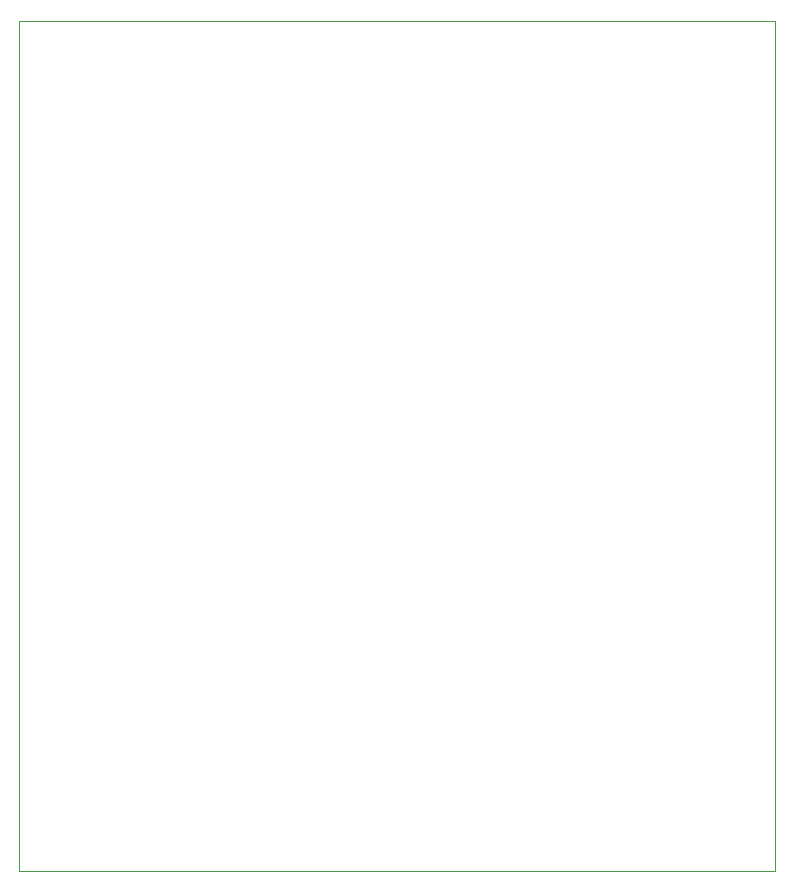
<source format=gbr>
%TF.GenerationSoftware,KiCad,Pcbnew,(5.99.0-10628-ga06f965ffa)*%
%TF.CreationDate,2021-11-10T02:30:53+01:00*%
%TF.ProjectId,16seg_Controller,31367365-675f-4436-9f6e-74726f6c6c65,1.0*%
%TF.SameCoordinates,Original*%
%TF.FileFunction,Profile,NP*%
%FSLAX46Y46*%
G04 Gerber Fmt 4.6, Leading zero omitted, Abs format (unit mm)*
G04 Created by KiCad (PCBNEW (5.99.0-10628-ga06f965ffa)) date 2021-11-10 02:30:53*
%MOMM*%
%LPD*%
G01*
G04 APERTURE LIST*
%TA.AperFunction,Profile*%
%ADD10C,0.050000*%
%TD*%
G04 APERTURE END LIST*
D10*
X60000000Y-132000000D02*
X60000000Y-60000000D01*
X124000000Y-60000000D02*
X124000000Y-132000000D01*
X124000000Y-132000000D02*
X60000000Y-132000000D01*
X60000000Y-60000000D02*
X124000000Y-60000000D01*
M02*

</source>
